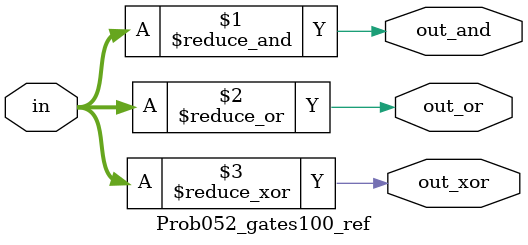
<source format=sv>

module Prob052_gates100_ref (
  input [99:0] in,
  output out_and,
  output out_or,
  output out_xor
);

  assign out_and = &in;
  assign out_or = |in;
  assign out_xor = ^in;

endmodule


</source>
